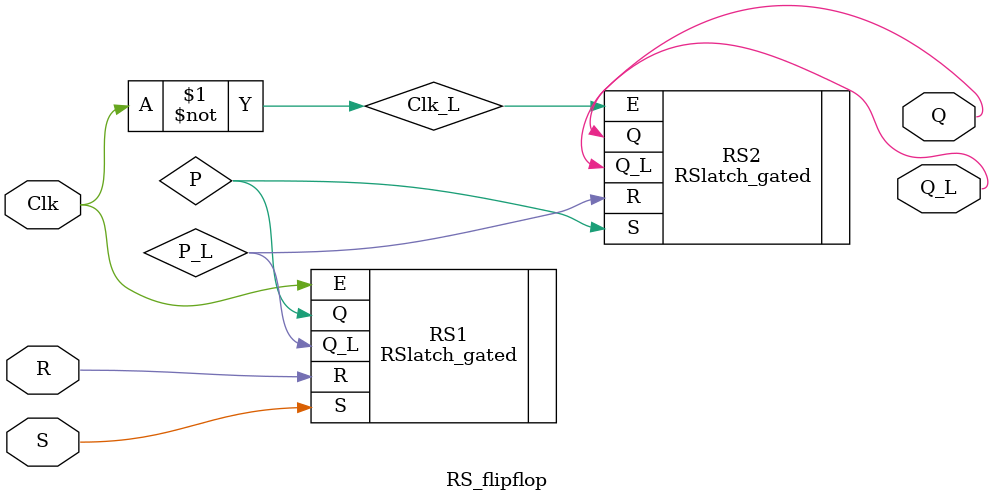
<source format=v>
`timescale 1ns / 1ps
module RS_flipflop(input R,
                   input S,
                   input Clk,
                   output Q,
                   output Q_L);

  wire Clk_L;
  assign Clk_L = ~Clk;

  wire P, P_L;

  RSlatch_gated RS1(.R(R), .S(S), .E(Clk), .Q(P), .Q_L(P_L) );

  RSlatch_gated RS2(.R(P_L), .S(P), .E(Clk_L), .Q(Q), .Q_L(Q_L));

endmodule

</source>
